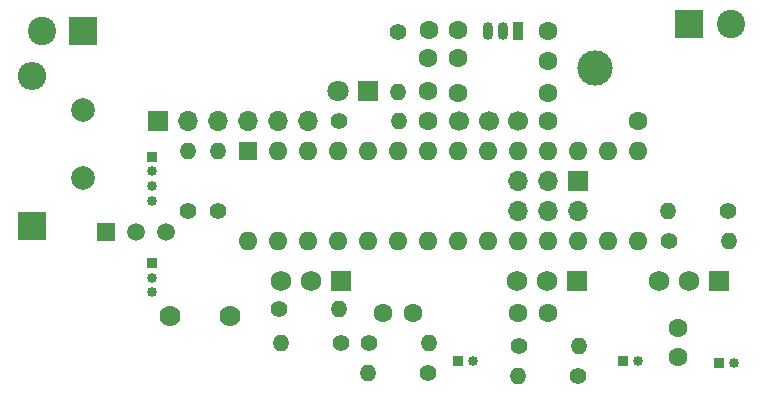
<source format=gts>
G04 #@! TF.FileFunction,Soldermask,Top*
%FSLAX46Y46*%
G04 Gerber Fmt 4.6, Leading zero omitted, Abs format (unit mm)*
G04 Created by KiCad (PCBNEW 4.0.7) date 06/15/19 11:12:25*
%MOMM*%
%LPD*%
G01*
G04 APERTURE LIST*
%ADD10C,0.100000*%
%ADD11R,1.600000X1.600000*%
%ADD12O,1.600000X1.600000*%
%ADD13R,2.400000X2.400000*%
%ADD14C,2.400000*%
%ADD15C,1.700000*%
%ADD16O,2.400000X2.400000*%
%ADD17C,3.000000*%
%ADD18C,1.750000*%
%ADD19R,1.750000X1.750000*%
%ADD20C,1.778000*%
%ADD21C,1.400000*%
%ADD22O,1.400000X1.400000*%
%ADD23C,1.600000*%
%ADD24R,1.800000X1.800000*%
%ADD25C,1.800000*%
%ADD26R,0.850000X0.850000*%
%ADD27C,0.850000*%
%ADD28O,0.900000X1.500000*%
%ADD29R,0.900000X1.500000*%
%ADD30R,1.700000X1.700000*%
%ADD31O,1.700000X1.700000*%
%ADD32C,2.000000*%
%ADD33C,1.520000*%
%ADD34R,1.520000X1.520000*%
G04 APERTURE END LIST*
D10*
D11*
X57658000Y-98425000D03*
D12*
X90678000Y-106045000D03*
X60198000Y-98425000D03*
X88138000Y-106045000D03*
X62738000Y-98425000D03*
X85598000Y-106045000D03*
X65278000Y-98425000D03*
X83058000Y-106045000D03*
X67818000Y-98425000D03*
X80518000Y-106045000D03*
X70358000Y-98425000D03*
X77978000Y-106045000D03*
X72898000Y-98425000D03*
X75438000Y-106045000D03*
X75438000Y-98425000D03*
X72898000Y-106045000D03*
X77978000Y-98425000D03*
X70358000Y-106045000D03*
X80518000Y-98425000D03*
X67818000Y-106045000D03*
X83058000Y-98425000D03*
X65278000Y-106045000D03*
X85598000Y-98425000D03*
X62738000Y-106045000D03*
X88138000Y-98425000D03*
X60198000Y-106045000D03*
X90678000Y-98425000D03*
X57658000Y-106045000D03*
D13*
X94998000Y-87630000D03*
D14*
X98498000Y-87630000D03*
D13*
X43688000Y-88265000D03*
D14*
X40188000Y-88265000D03*
D15*
X80518000Y-95885000D03*
X78018000Y-95885000D03*
X75518000Y-95885000D03*
D13*
X39370000Y-104775000D03*
D16*
X39370000Y-92075000D03*
D17*
X86998000Y-91365000D03*
D18*
X92418000Y-109365000D03*
X94958000Y-109365000D03*
D19*
X97498000Y-109365000D03*
D20*
X51054000Y-112395000D03*
X56134000Y-112395000D03*
D21*
X93258000Y-106045000D03*
D22*
X98338000Y-106045000D03*
D21*
X80558000Y-114935000D03*
D22*
X85638000Y-114935000D03*
D21*
X98258000Y-103505000D03*
D22*
X93178000Y-103505000D03*
D21*
X85558000Y-117475000D03*
D22*
X80478000Y-117475000D03*
D23*
X83058000Y-88265000D03*
X83058000Y-90765000D03*
X75438000Y-88138000D03*
X72938000Y-88138000D03*
X80518000Y-112141000D03*
X83018000Y-112141000D03*
X93998000Y-113365000D03*
X93998000Y-115865000D03*
D24*
X67818000Y-93345000D03*
D25*
X65278000Y-93345000D03*
D26*
X97498000Y-116365000D03*
D27*
X98748000Y-116365000D03*
D28*
X79248000Y-88265000D03*
X77978000Y-88265000D03*
D29*
X80518000Y-88265000D03*
D26*
X49498000Y-98865000D03*
D27*
X49498000Y-100115000D03*
X49498000Y-101365000D03*
X49498000Y-102615000D03*
D23*
X72898000Y-93345000D03*
X72898000Y-95845000D03*
X72898000Y-90551000D03*
X75398000Y-90551000D03*
D21*
X65318000Y-95885000D03*
D22*
X70398000Y-95885000D03*
D23*
X69088000Y-112141000D03*
X71588000Y-112141000D03*
D21*
X72858000Y-117221000D03*
D22*
X67778000Y-117221000D03*
D21*
X67858000Y-114681000D03*
D22*
X72938000Y-114681000D03*
D18*
X80418000Y-109365000D03*
X82958000Y-109365000D03*
D19*
X85498000Y-109365000D03*
D18*
X60418000Y-109365000D03*
X62958000Y-109365000D03*
D19*
X65498000Y-109365000D03*
D21*
X52578000Y-103465000D03*
D22*
X52578000Y-98385000D03*
D21*
X55118000Y-103465000D03*
D22*
X55118000Y-98385000D03*
D30*
X50038000Y-95885000D03*
D31*
X52578000Y-95885000D03*
X55118000Y-95885000D03*
X57658000Y-95885000D03*
X60198000Y-95885000D03*
X62738000Y-95885000D03*
D32*
X43688000Y-100690000D03*
X43688000Y-94890000D03*
D26*
X49498000Y-107865000D03*
D27*
X49498000Y-109115000D03*
X49498000Y-110365000D03*
D26*
X75438000Y-116205000D03*
D27*
X76688000Y-116205000D03*
D26*
X89408000Y-116205000D03*
D27*
X90658000Y-116205000D03*
D21*
X70358000Y-88305000D03*
D22*
X70358000Y-93385000D03*
D23*
X83058000Y-93472000D03*
X75438000Y-93472000D03*
X83058000Y-95885000D03*
X90678000Y-95885000D03*
D21*
X65492000Y-114681000D03*
D22*
X60412000Y-114681000D03*
D21*
X60238000Y-111760000D03*
D22*
X65318000Y-111760000D03*
D33*
X48133000Y-105283000D03*
X50673000Y-105283000D03*
D34*
X45593000Y-105283000D03*
D30*
X85598000Y-100965000D03*
D31*
X85598000Y-103505000D03*
X83058000Y-100965000D03*
X83058000Y-103505000D03*
X80518000Y-100965000D03*
X80518000Y-103505000D03*
M02*

</source>
